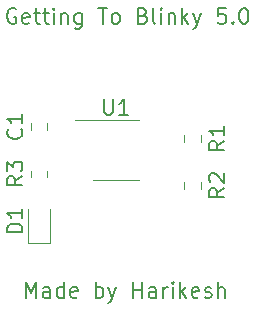
<source format=gbr>
%TF.GenerationSoftware,KiCad,Pcbnew,(5.1.6)-1*%
%TF.CreationDate,2020-09-29T22:59:59+05:30*%
%TF.ProjectId,GettingToBlinky5.0,47657474-696e-4675-946f-426c696e6b79,rev?*%
%TF.SameCoordinates,Original*%
%TF.FileFunction,Legend,Top*%
%TF.FilePolarity,Positive*%
%FSLAX46Y46*%
G04 Gerber Fmt 4.6, Leading zero omitted, Abs format (unit mm)*
G04 Created by KiCad (PCBNEW (5.1.6)-1) date 2020-09-29 22:59:59*
%MOMM*%
%LPD*%
G01*
G04 APERTURE LIST*
%ADD10C,0.150000*%
%ADD11C,0.120000*%
G04 APERTURE END LIST*
D10*
X159380952Y-118988095D02*
X159380952Y-117688095D01*
X159814285Y-118616666D01*
X160247619Y-117688095D01*
X160247619Y-118988095D01*
X161423809Y-118988095D02*
X161423809Y-118307142D01*
X161361904Y-118183333D01*
X161238095Y-118121428D01*
X160990476Y-118121428D01*
X160866666Y-118183333D01*
X161423809Y-118926190D02*
X161300000Y-118988095D01*
X160990476Y-118988095D01*
X160866666Y-118926190D01*
X160804761Y-118802380D01*
X160804761Y-118678571D01*
X160866666Y-118554761D01*
X160990476Y-118492857D01*
X161300000Y-118492857D01*
X161423809Y-118430952D01*
X162600000Y-118988095D02*
X162600000Y-117688095D01*
X162600000Y-118926190D02*
X162476190Y-118988095D01*
X162228571Y-118988095D01*
X162104761Y-118926190D01*
X162042857Y-118864285D01*
X161980952Y-118740476D01*
X161980952Y-118369047D01*
X162042857Y-118245238D01*
X162104761Y-118183333D01*
X162228571Y-118121428D01*
X162476190Y-118121428D01*
X162600000Y-118183333D01*
X163714285Y-118926190D02*
X163590476Y-118988095D01*
X163342857Y-118988095D01*
X163219047Y-118926190D01*
X163157142Y-118802380D01*
X163157142Y-118307142D01*
X163219047Y-118183333D01*
X163342857Y-118121428D01*
X163590476Y-118121428D01*
X163714285Y-118183333D01*
X163776190Y-118307142D01*
X163776190Y-118430952D01*
X163157142Y-118554761D01*
X165323809Y-118988095D02*
X165323809Y-117688095D01*
X165323809Y-118183333D02*
X165447619Y-118121428D01*
X165695238Y-118121428D01*
X165819047Y-118183333D01*
X165880952Y-118245238D01*
X165942857Y-118369047D01*
X165942857Y-118740476D01*
X165880952Y-118864285D01*
X165819047Y-118926190D01*
X165695238Y-118988095D01*
X165447619Y-118988095D01*
X165323809Y-118926190D01*
X166376190Y-118121428D02*
X166685714Y-118988095D01*
X166995238Y-118121428D02*
X166685714Y-118988095D01*
X166561904Y-119297619D01*
X166500000Y-119359523D01*
X166376190Y-119421428D01*
X168480952Y-118988095D02*
X168480952Y-117688095D01*
X168480952Y-118307142D02*
X169223809Y-118307142D01*
X169223809Y-118988095D02*
X169223809Y-117688095D01*
X170400000Y-118988095D02*
X170400000Y-118307142D01*
X170338095Y-118183333D01*
X170214285Y-118121428D01*
X169966666Y-118121428D01*
X169842857Y-118183333D01*
X170400000Y-118926190D02*
X170276190Y-118988095D01*
X169966666Y-118988095D01*
X169842857Y-118926190D01*
X169780952Y-118802380D01*
X169780952Y-118678571D01*
X169842857Y-118554761D01*
X169966666Y-118492857D01*
X170276190Y-118492857D01*
X170400000Y-118430952D01*
X171019047Y-118988095D02*
X171019047Y-118121428D01*
X171019047Y-118369047D02*
X171080952Y-118245238D01*
X171142857Y-118183333D01*
X171266666Y-118121428D01*
X171390476Y-118121428D01*
X171823809Y-118988095D02*
X171823809Y-118121428D01*
X171823809Y-117688095D02*
X171761904Y-117750000D01*
X171823809Y-117811904D01*
X171885714Y-117750000D01*
X171823809Y-117688095D01*
X171823809Y-117811904D01*
X172442857Y-118988095D02*
X172442857Y-117688095D01*
X172566666Y-118492857D02*
X172938095Y-118988095D01*
X172938095Y-118121428D02*
X172442857Y-118616666D01*
X173990476Y-118926190D02*
X173866666Y-118988095D01*
X173619047Y-118988095D01*
X173495238Y-118926190D01*
X173433333Y-118802380D01*
X173433333Y-118307142D01*
X173495238Y-118183333D01*
X173619047Y-118121428D01*
X173866666Y-118121428D01*
X173990476Y-118183333D01*
X174052380Y-118307142D01*
X174052380Y-118430952D01*
X173433333Y-118554761D01*
X174547619Y-118926190D02*
X174671428Y-118988095D01*
X174919047Y-118988095D01*
X175042857Y-118926190D01*
X175104761Y-118802380D01*
X175104761Y-118740476D01*
X175042857Y-118616666D01*
X174919047Y-118554761D01*
X174733333Y-118554761D01*
X174609523Y-118492857D01*
X174547619Y-118369047D01*
X174547619Y-118307142D01*
X174609523Y-118183333D01*
X174733333Y-118121428D01*
X174919047Y-118121428D01*
X175042857Y-118183333D01*
X175661904Y-118988095D02*
X175661904Y-117688095D01*
X176219047Y-118988095D02*
X176219047Y-118307142D01*
X176157142Y-118183333D01*
X176033333Y-118121428D01*
X175847619Y-118121428D01*
X175723809Y-118183333D01*
X175661904Y-118245238D01*
X158528571Y-94550000D02*
X158404761Y-94488095D01*
X158219047Y-94488095D01*
X158033333Y-94550000D01*
X157909523Y-94673809D01*
X157847619Y-94797619D01*
X157785714Y-95045238D01*
X157785714Y-95230952D01*
X157847619Y-95478571D01*
X157909523Y-95602380D01*
X158033333Y-95726190D01*
X158219047Y-95788095D01*
X158342857Y-95788095D01*
X158528571Y-95726190D01*
X158590476Y-95664285D01*
X158590476Y-95230952D01*
X158342857Y-95230952D01*
X159642857Y-95726190D02*
X159519047Y-95788095D01*
X159271428Y-95788095D01*
X159147619Y-95726190D01*
X159085714Y-95602380D01*
X159085714Y-95107142D01*
X159147619Y-94983333D01*
X159271428Y-94921428D01*
X159519047Y-94921428D01*
X159642857Y-94983333D01*
X159704761Y-95107142D01*
X159704761Y-95230952D01*
X159085714Y-95354761D01*
X160076190Y-94921428D02*
X160571428Y-94921428D01*
X160261904Y-94488095D02*
X160261904Y-95602380D01*
X160323809Y-95726190D01*
X160447619Y-95788095D01*
X160571428Y-95788095D01*
X160819047Y-94921428D02*
X161314285Y-94921428D01*
X161004761Y-94488095D02*
X161004761Y-95602380D01*
X161066666Y-95726190D01*
X161190476Y-95788095D01*
X161314285Y-95788095D01*
X161747619Y-95788095D02*
X161747619Y-94921428D01*
X161747619Y-94488095D02*
X161685714Y-94550000D01*
X161747619Y-94611904D01*
X161809523Y-94550000D01*
X161747619Y-94488095D01*
X161747619Y-94611904D01*
X162366666Y-94921428D02*
X162366666Y-95788095D01*
X162366666Y-95045238D02*
X162428571Y-94983333D01*
X162552380Y-94921428D01*
X162738095Y-94921428D01*
X162861904Y-94983333D01*
X162923809Y-95107142D01*
X162923809Y-95788095D01*
X164100000Y-94921428D02*
X164100000Y-95973809D01*
X164038095Y-96097619D01*
X163976190Y-96159523D01*
X163852380Y-96221428D01*
X163666666Y-96221428D01*
X163542857Y-96159523D01*
X164100000Y-95726190D02*
X163976190Y-95788095D01*
X163728571Y-95788095D01*
X163604761Y-95726190D01*
X163542857Y-95664285D01*
X163480952Y-95540476D01*
X163480952Y-95169047D01*
X163542857Y-95045238D01*
X163604761Y-94983333D01*
X163728571Y-94921428D01*
X163976190Y-94921428D01*
X164100000Y-94983333D01*
X165523809Y-94488095D02*
X166266666Y-94488095D01*
X165895238Y-95788095D02*
X165895238Y-94488095D01*
X166885714Y-95788095D02*
X166761904Y-95726190D01*
X166700000Y-95664285D01*
X166638095Y-95540476D01*
X166638095Y-95169047D01*
X166700000Y-95045238D01*
X166761904Y-94983333D01*
X166885714Y-94921428D01*
X167071428Y-94921428D01*
X167195238Y-94983333D01*
X167257142Y-95045238D01*
X167319047Y-95169047D01*
X167319047Y-95540476D01*
X167257142Y-95664285D01*
X167195238Y-95726190D01*
X167071428Y-95788095D01*
X166885714Y-95788095D01*
X169300000Y-95107142D02*
X169485714Y-95169047D01*
X169547619Y-95230952D01*
X169609523Y-95354761D01*
X169609523Y-95540476D01*
X169547619Y-95664285D01*
X169485714Y-95726190D01*
X169361904Y-95788095D01*
X168866666Y-95788095D01*
X168866666Y-94488095D01*
X169300000Y-94488095D01*
X169423809Y-94550000D01*
X169485714Y-94611904D01*
X169547619Y-94735714D01*
X169547619Y-94859523D01*
X169485714Y-94983333D01*
X169423809Y-95045238D01*
X169300000Y-95107142D01*
X168866666Y-95107142D01*
X170352380Y-95788095D02*
X170228571Y-95726190D01*
X170166666Y-95602380D01*
X170166666Y-94488095D01*
X170847619Y-95788095D02*
X170847619Y-94921428D01*
X170847619Y-94488095D02*
X170785714Y-94550000D01*
X170847619Y-94611904D01*
X170909523Y-94550000D01*
X170847619Y-94488095D01*
X170847619Y-94611904D01*
X171466666Y-94921428D02*
X171466666Y-95788095D01*
X171466666Y-95045238D02*
X171528571Y-94983333D01*
X171652380Y-94921428D01*
X171838095Y-94921428D01*
X171961904Y-94983333D01*
X172023809Y-95107142D01*
X172023809Y-95788095D01*
X172642857Y-95788095D02*
X172642857Y-94488095D01*
X172766666Y-95292857D02*
X173138095Y-95788095D01*
X173138095Y-94921428D02*
X172642857Y-95416666D01*
X173571428Y-94921428D02*
X173880952Y-95788095D01*
X174190476Y-94921428D02*
X173880952Y-95788095D01*
X173757142Y-96097619D01*
X173695238Y-96159523D01*
X173571428Y-96221428D01*
X176295238Y-94488095D02*
X175676190Y-94488095D01*
X175614285Y-95107142D01*
X175676190Y-95045238D01*
X175799999Y-94983333D01*
X176109523Y-94983333D01*
X176233333Y-95045238D01*
X176295238Y-95107142D01*
X176357142Y-95230952D01*
X176357142Y-95540476D01*
X176295238Y-95664285D01*
X176233333Y-95726190D01*
X176109523Y-95788095D01*
X175799999Y-95788095D01*
X175676190Y-95726190D01*
X175614285Y-95664285D01*
X176914285Y-95664285D02*
X176976190Y-95726190D01*
X176914285Y-95788095D01*
X176852380Y-95726190D01*
X176914285Y-95664285D01*
X176914285Y-95788095D01*
X177780952Y-94488095D02*
X177904761Y-94488095D01*
X178028571Y-94550000D01*
X178090476Y-94611904D01*
X178152380Y-94735714D01*
X178214285Y-94983333D01*
X178214285Y-95292857D01*
X178152380Y-95540476D01*
X178090476Y-95664285D01*
X178028571Y-95726190D01*
X177904761Y-95788095D01*
X177780952Y-95788095D01*
X177657142Y-95726190D01*
X177595238Y-95664285D01*
X177533333Y-95540476D01*
X177471428Y-95292857D01*
X177471428Y-94983333D01*
X177533333Y-94735714D01*
X177595238Y-94611904D01*
X177657142Y-94550000D01*
X177780952Y-94488095D01*
D11*
%TO.C,U1*%
X167000000Y-103940000D02*
X163550000Y-103940000D01*
X167000000Y-103940000D02*
X168950000Y-103940000D01*
X167000000Y-109060000D02*
X165050000Y-109060000D01*
X167000000Y-109060000D02*
X168950000Y-109060000D01*
%TO.C,R3*%
X161210000Y-108238748D02*
X161210000Y-108761252D01*
X159790000Y-108238748D02*
X159790000Y-108761252D01*
%TO.C,R2*%
X174210000Y-109238748D02*
X174210000Y-109761252D01*
X172790000Y-109238748D02*
X172790000Y-109761252D01*
%TO.C,R1*%
X174210000Y-105263748D02*
X174210000Y-105786252D01*
X172790000Y-105263748D02*
X172790000Y-105786252D01*
%TO.C,D1*%
X159540000Y-111525000D02*
X159540000Y-114385000D01*
X159540000Y-114385000D02*
X161460000Y-114385000D01*
X161460000Y-114385000D02*
X161460000Y-111525000D01*
%TO.C,C1*%
X159790000Y-104761252D02*
X159790000Y-104238748D01*
X161210000Y-104761252D02*
X161210000Y-104238748D01*
%TO.C,U1*%
D10*
X166009523Y-102188095D02*
X166009523Y-103240476D01*
X166071428Y-103364285D01*
X166133333Y-103426190D01*
X166257142Y-103488095D01*
X166504761Y-103488095D01*
X166628571Y-103426190D01*
X166690476Y-103364285D01*
X166752380Y-103240476D01*
X166752380Y-102188095D01*
X168052380Y-103488095D02*
X167309523Y-103488095D01*
X167680952Y-103488095D02*
X167680952Y-102188095D01*
X167557142Y-102373809D01*
X167433333Y-102497619D01*
X167309523Y-102559523D01*
%TO.C,R3*%
X159088095Y-108716666D02*
X158469047Y-109150000D01*
X159088095Y-109459523D02*
X157788095Y-109459523D01*
X157788095Y-108964285D01*
X157850000Y-108840476D01*
X157911904Y-108778571D01*
X158035714Y-108716666D01*
X158221428Y-108716666D01*
X158345238Y-108778571D01*
X158407142Y-108840476D01*
X158469047Y-108964285D01*
X158469047Y-109459523D01*
X157788095Y-108283333D02*
X157788095Y-107478571D01*
X158283333Y-107911904D01*
X158283333Y-107726190D01*
X158345238Y-107602380D01*
X158407142Y-107540476D01*
X158530952Y-107478571D01*
X158840476Y-107478571D01*
X158964285Y-107540476D01*
X159026190Y-107602380D01*
X159088095Y-107726190D01*
X159088095Y-108097619D01*
X159026190Y-108221428D01*
X158964285Y-108283333D01*
%TO.C,R2*%
X176188095Y-109716666D02*
X175569047Y-110150000D01*
X176188095Y-110459523D02*
X174888095Y-110459523D01*
X174888095Y-109964285D01*
X174950000Y-109840476D01*
X175011904Y-109778571D01*
X175135714Y-109716666D01*
X175321428Y-109716666D01*
X175445238Y-109778571D01*
X175507142Y-109840476D01*
X175569047Y-109964285D01*
X175569047Y-110459523D01*
X175011904Y-109221428D02*
X174950000Y-109159523D01*
X174888095Y-109035714D01*
X174888095Y-108726190D01*
X174950000Y-108602380D01*
X175011904Y-108540476D01*
X175135714Y-108478571D01*
X175259523Y-108478571D01*
X175445238Y-108540476D01*
X176188095Y-109283333D01*
X176188095Y-108478571D01*
%TO.C,R1*%
X176188095Y-105716666D02*
X175569047Y-106150000D01*
X176188095Y-106459523D02*
X174888095Y-106459523D01*
X174888095Y-105964285D01*
X174950000Y-105840476D01*
X175011904Y-105778571D01*
X175135714Y-105716666D01*
X175321428Y-105716666D01*
X175445238Y-105778571D01*
X175507142Y-105840476D01*
X175569047Y-105964285D01*
X175569047Y-106459523D01*
X176188095Y-104478571D02*
X176188095Y-105221428D01*
X176188095Y-104850000D02*
X174888095Y-104850000D01*
X175073809Y-104973809D01*
X175197619Y-105097619D01*
X175259523Y-105221428D01*
%TO.C,D1*%
X159088095Y-113459523D02*
X157788095Y-113459523D01*
X157788095Y-113150000D01*
X157850000Y-112964285D01*
X157973809Y-112840476D01*
X158097619Y-112778571D01*
X158345238Y-112716666D01*
X158530952Y-112716666D01*
X158778571Y-112778571D01*
X158902380Y-112840476D01*
X159026190Y-112964285D01*
X159088095Y-113150000D01*
X159088095Y-113459523D01*
X159088095Y-111478571D02*
X159088095Y-112221428D01*
X159088095Y-111850000D02*
X157788095Y-111850000D01*
X157973809Y-111973809D01*
X158097619Y-112097619D01*
X158159523Y-112221428D01*
%TO.C,C1*%
X158964285Y-104716666D02*
X159026190Y-104778571D01*
X159088095Y-104964285D01*
X159088095Y-105088095D01*
X159026190Y-105273809D01*
X158902380Y-105397619D01*
X158778571Y-105459523D01*
X158530952Y-105521428D01*
X158345238Y-105521428D01*
X158097619Y-105459523D01*
X157973809Y-105397619D01*
X157850000Y-105273809D01*
X157788095Y-105088095D01*
X157788095Y-104964285D01*
X157850000Y-104778571D01*
X157911904Y-104716666D01*
X159088095Y-103478571D02*
X159088095Y-104221428D01*
X159088095Y-103850000D02*
X157788095Y-103850000D01*
X157973809Y-103973809D01*
X158097619Y-104097619D01*
X158159523Y-104221428D01*
%TD*%
M02*

</source>
